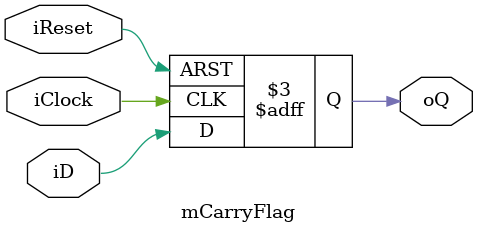
<source format=v>
module mCarryFlag(input iD,
			input iClock,
			input iReset,
			output reg oQ);

always @ (posedge iClock or negedge iReset)
begin
	if(iReset == 1'b0)
		oQ <= 1'b0;
	else
		oQ <= iD;
end

endmodule
</source>
